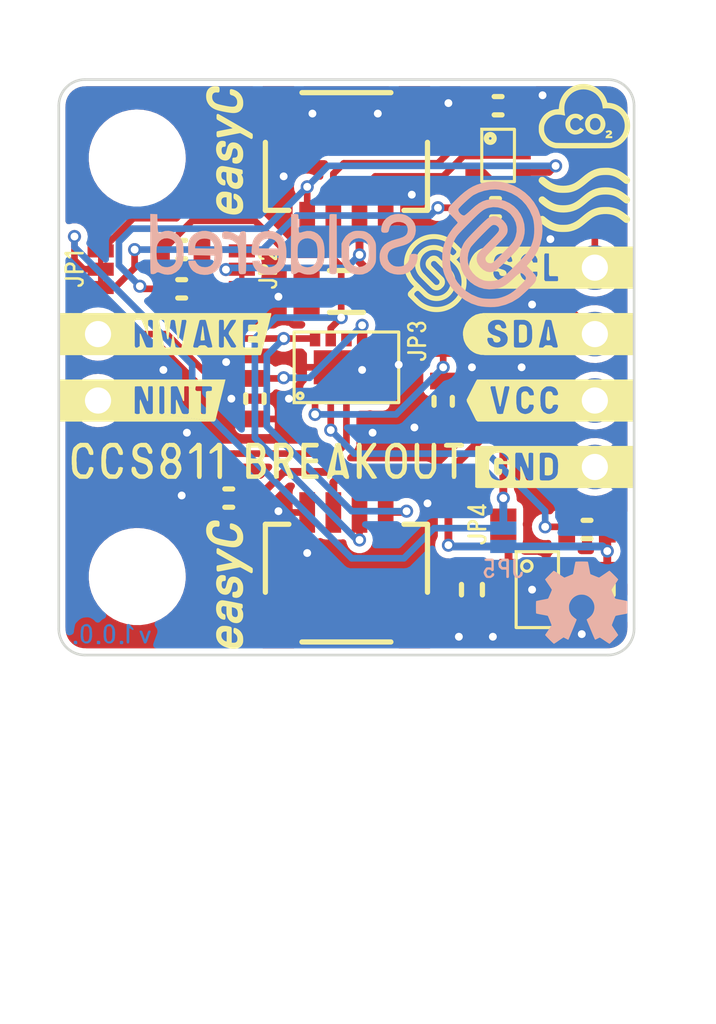
<source format=kicad_pcb>
(kicad_pcb (version 20210126) (generator pcbnew)
  (layers (0 "F.Cu" signal) (31 "B.Cu" signal) (34 "B.Paste" user) (35 "F.Paste" user) (36 "B.SilkS" user "B.Silkscreen") (37 "F.SilkS" user "F.Silkscreen") (38 "B.Mask" user) (39 "F.Mask" user) (44 "Edge.Cuts" user))
  (net 0 "")
  (net 1 "3V3")
  (net 2 "GND")
  (net 3 "Net-(C2-Pad2)")
  (net 4 "SDA_PULL5")
  (net 5 "5V")
  (net 6 "SCL_PULL5")
  (net 7 "SDA_PULL3,3")
  (net 8 "SCL_PULL3,3")
  (net 9 "NWAKE")
  (net 10 "NINT")
  (net 11 "SCL5")
  (net 12 "SDA5")
  (net 13 "SDA3,3")
  (net 14 "SCL3,3")
  (net 15 "Net-(R2-Pad1)")
  (net 16 "Net-(U2-Pad4)")
  (net 18 "Net-(JP3-Pad1)")
  (footprint "buzzardLabel" (layer "F.Cu") (at 98 123.6)
    (fp_text reference "" (at 0 0) (layer "F.SilkS") (effects (font (size 1.27 1.27))))
    (fp_text value "" (at 0 0) (layer "F.SilkS") (effects (font (size 1.27 1.27))))
  )
  (footprint "e-radionica.com footprinti:1206C" (layer "F.Cu") (at 101 117.1)
    (fp_text reference "C1")
    (fp_text value "10uF")
    (pad "1" smd rect (at -1.525 0 90) (size 1.75 1) (layers "F.Cu" "F.Paste" "F.Mask") (net 2 "GND"))
    (pad "2" smd rect (at 1.525 0 90) (size 1.75 1) (layers "F.Cu" "F.Paste" "F.Mask") (net 1 "3V3"))
  )
  (footprint "Soldered Graphics:Logo-Back-OSH-3.5mm" (layer "F.Cu") (at 110 129)
    (fp_text reference "G***" hide)
    (fp_text value "LOGO" hide)
  )
  (footprint "Soldered Graphics:Logo-Front-Soldered-3mm" (layer "F.Cu") (at 104.4 116.4)
    (fp_text reference "G***" hide)
    (fp_text value "LOGO" hide)
  )
  (footprint "e-radionica.com footprinti:HEADER_MALE_2X1" (layer "F.Cu") (at 91.5 120 90)
    (fp_text reference "K1")
    (fp_text value "HEADER_MALE_2X1")
    (pad "1" thru_hole circle (at -1.27 0 90) (size 1.524 1.524) (drill 1) (layers *.Cu *.Mask) (net 10 "NINT"))
    (pad "2" thru_hole circle (at 1.27 0 90) (size 1.524 1.524) (drill 1) (layers *.Cu *.Mask) (net 9 "NWAKE"))
  )
  (footprint "e-radionica.com footprinti:0603R" (layer "F.Cu") (at 97.5 121.2 90)
    (fp_text reference "R6")
    (fp_text value "4.7k")
    (pad "1" smd rect (at -0.775 0 180) (size 1 0.64) (layers "F.Cu" "F.Paste" "F.Mask") (net 2 "GND"))
    (pad "2" smd rect (at 0.775 0 180) (size 1 0.64) (layers "F.Cu" "F.Paste" "F.Mask") (net 9 "NWAKE"))
  )
  (footprint "buzzardLabel" (layer "F.Cu") (at 103.7 119 90)
    (fp_text reference "" (at 0 0 90) (layer "F.SilkS") (effects (font (size 1.27 1.27))))
    (fp_text value "" (at 0 0 90) (layer "F.SilkS") (effects (font (size 1.27 1.27))))
  )
  (footprint "buzzardLabel" (layer "F.Cu") (at 112.4 123.81)
    (fp_text reference "" (at 0 0) (layer "F.SilkS") (effects (font (size 1.27 1.27))))
    (fp_text value "" (at 0 0) (layer "F.SilkS") (effects (font (size 1.27 1.27))))
  )
  (footprint "e-radionica.com footprinti:SMD-JUMPER-CONNECTED_TRACE_NOSLODERMASK" (layer "F.Cu") (at 107 126 90)
    (fp_text reference "JP4")
    (fp_text value "SMD-JUMPER-CONNECTED_TRACE_NOSLODERMASK")
    (fp_poly (pts (xy 0.1 0.1) (xy -0.1 0.1) (xy -0.1 -0.1) (xy 0.1 -0.1)) (layer "F.Cu") (width 0.1) (fill solid))
    (pad "1" smd rect (at -0.35 0 90) (size 0.5 1) (layers "F.Cu") (net 3 "Net-(C2-Pad2)"))
    (pad "2" smd rect (at 0.35 0 90) (size 0.5 1) (layers "F.Cu") (net 5 "5V"))
  )
  (footprint "e-radionica.com footprinti:0603R" (layer "F.Cu") (at 96.5 125)
    (fp_text reference "R1")
    (fp_text value "4.7k")
    (pad "1" smd rect (at -0.775 0 90) (size 1 0.64) (layers "F.Cu" "F.Paste" "F.Mask") (net 10 "NINT"))
    (pad "2" smd rect (at 0.775 0 90) (size 1 0.64) (layers "F.Cu" "F.Paste" "F.Mask") (net 1 "3V3"))
  )
  (footprint "e-radionica.com footprinti:FIDUCIAL_1MM_PASTE" (layer "F.Cu") (at 101 130)
    (fp_text reference "FD1")
    (fp_text value "Fiducial_Stencil")
    (pad "1" smd circle (at 0 0) (size 1 1) (property pad_prop_fiducial_glob) (layers "F.Cu" "F.Paste" "F.Mask"))
  )
  (footprint "buzzardLabel" (layer "F.Cu") (at 112.4 116.19)
    (fp_text reference "" (at 0 0) (layer "F.SilkS") (effects (font (size 1.27 1.27))))
    (fp_text value "" (at 0 0) (layer "F.SilkS") (effects (font (size 1.27 1.27))))
  )
  (footprint "e-radionica.com footprinti:SMD_JUMPER_3_PAD_TRACE" (layer "F.Cu") (at 97 116.25 90)
    (fp_text reference "JP2")
    (fp_text value "SMD_JUMPER_3_PAD_TRACE")
    (fp_poly (pts (xy 0.45 0.05) (xy 0.25 0.05) (xy 0.25 -0.05) (xy 0.45 -0.05)) (layer "F.Cu") (width 0.1) (fill solid))
    (fp_poly (pts (xy -0.25 0.05) (xy -0.45 0.05) (xy -0.45 -0.05) (xy -0.25 -0.05)) (layer "F.Cu") (width 0.1) (fill solid))
    (pad "1" smd rect (at -0.7 0 270) (size 0.5 1) (layers "F.Cu" "F.Mask") (net 8 "SCL_PULL3,3"))
    (pad "2" smd custom (at 0 0 270) (size 0.5 1) (layers "F.Cu" "F.Mask") (net 1 "3V3") (options (clearance outline) (anchor rect)) (primitives))
    (pad "3" smd rect (at 0.7 0 270) (size 0.5 1) (layers "F.Cu" "F.Mask") (net 7 "SDA_PULL3,3"))
  )
  (footprint "e-radionica.com footprinti:0603R" (layer "F.Cu") (at 106.7 113.9)
    (fp_text reference "R4")
    (fp_text value "10k")
    (pad "1" smd rect (at -0.775 0 90) (size 1 0.64) (layers "F.Cu" "F.Paste" "F.Mask") (net 4 "SDA_PULL5"))
    (pad "2" smd rect (at 0.775 0 90) (size 1 0.64) (layers "F.Cu" "F.Paste" "F.Mask") (net 12 "SDA5"))
  )
  (footprint "e-radionica.com footprinti:0603R" (layer "F.Cu") (at 110.2 126.2)
    (fp_text reference "R2")
    (fp_text value "4.7k")
    (pad "1" smd rect (at -0.775 0 90) (size 1 0.64) (layers "F.Cu" "F.Paste" "F.Mask") (net 15 "Net-(R2-Pad1)"))
    (pad "2" smd rect (at 0.775 0 90) (size 1 0.64) (layers "F.Cu" "F.Paste" "F.Mask") (net 1 "3V3"))
  )
  (footprint "Soldered Graphics:Symbol-Front-Air-Quality" (layer "F.Cu") (at 110.1 113.6 180)
    (fp_text reference "G***" hide)
    (fp_text value "LOGO" hide)
  )
  (footprint "e-radionica.com footprinti:SOT-23-5" (layer "F.Cu") (at 108.3 128.5)
    (fp_text reference "U3")
    (fp_text value "SE5218")
    (pad "1" smd rect (at -1.1 -0.95) (size 0.7 0.45) (layers "F.Cu" "F.Paste" "F.Mask") (net 3 "Net-(C2-Pad2)"))
    (pad "2" smd rect (at -1.1 0) (size 0.7 0.45) (layers "F.Cu" "F.Paste" "F.Mask") (net 2 "GND"))
    (pad "3" smd rect (at -1.1 0.95) (size 0.7 0.45) (layers "F.Cu" "F.Paste" "F.Mask") (net 3 "Net-(C2-Pad2)"))
    (pad "4" smd rect (at 1.1 0.95) (size 0.7 0.45) (layers "F.Cu" "F.Paste" "F.Mask"))
    (pad "5" smd rect (at 1.1 -0.95) (size 0.7 0.45) (layers "F.Cu" "F.Paste" "F.Mask") (net 1 "3V3"))
  )
  (footprint "buzzardLabel" (layer "F.Cu") (at 112.4 121.27)
    (fp_text reference "" (at 0 0) (layer "F.SilkS") (effects (font (size 1.27 1.27))))
    (fp_text value "" (at 0 0) (layer "F.SilkS") (effects (font (size 1.27 1.27))))
  )
  (footprint "e-radionica.com footprinti:0603R" (layer "F.Cu") (at 106.8 110 180)
    (fp_text reference "R7")
    (fp_text value "10k")
    (pad "1" smd rect (at -0.775 0 270) (size 1 0.64) (layers "F.Cu" "F.Paste" "F.Mask") (net 11 "SCL5"))
    (pad "2" smd rect (at 0.775 0 270) (size 1 0.64) (layers "F.Cu" "F.Paste" "F.Mask") (net 6 "SCL_PULL5"))
  )
  (footprint "e-radionica.com footprinti:0603R" (layer "F.Cu") (at 94.7 115.5 180)
    (fp_text reference "R3")
    (fp_text value "10k")
    (pad "1" smd rect (at -0.775 0 270) (size 1 0.64) (layers "F.Cu" "F.Paste" "F.Mask") (net 7 "SDA_PULL3,3"))
    (pad "2" smd rect (at 0.775 0 270) (size 1 0.64) (layers "F.Cu" "F.Paste" "F.Mask") (net 13 "SDA3,3"))
  )
  (footprint "buzzardLabel" (layer "F.Cu") (at 98 116.25 90)
    (fp_text reference "" (at 0 0 90) (layer "F.SilkS") (effects (font (size 1.27 1.27))))
    (fp_text value "" (at 0 0 90) (layer "F.SilkS") (effects (font (size 1.27 1.27))))
  )
  (footprint "e-radionica.com footprinti:0603R" (layer "F.Cu") (at 94.7 117)
    (fp_text reference "R8")
    (fp_text value "10k")
    (pad "1" smd rect (at -0.775 0 90) (size 1 0.64) (layers "F.Cu" "F.Paste" "F.Mask") (net 14 "SCL3,3"))
    (pad "2" smd rect (at 0.775 0 90) (size 1 0.64) (layers "F.Cu" "F.Paste" "F.Mask") (net 8 "SCL_PULL3,3"))
  )
  (footprint "e-radionica.com footprinti:HEADER_MALE_4X1" (layer "F.Cu") (at 110.5 120 90)
    (fp_text reference "K2")
    (fp_text value "HEADER_MALE_4X1")
    (pad "1" thru_hole circle (at -3.81 0 90) (size 1.7 1.7) (drill 1) (layers *.Cu *.Mask) (net 2 "GND"))
    (pad "2" thru_hole circle (at -1.27 0 90) (size 1.7 1.7) (drill 1) (layers *.Cu *.Mask) (net 5 "5V"))
    (pad "3" thru_hole circle (at 1.27 0 90) (size 1.7 1.7) (drill 1) (layers *.Cu *.Mask) (net 12 "SDA5"))
    (pad "4" thru_hole circle (at 3.81 0 90) (size 1.7 1.7) (drill 1) (layers *.Cu *.Mask) (net 11 "SCL5"))
  )
  (footprint "buzzardLabel" (layer "F.Cu") (at 106 126 90)
    (fp_text reference "" (at 0 0 90) (layer "F.SilkS") (effects (font (size 1.27 1.27))))
    (fp_text value "" (at 0 0 90) (layer "F.SilkS") (effects (font (size 1.27 1.27))))
  )
  (footprint "Soldered Graphics:Logo-Front-easyC-5mm" (layer "F.Cu") (at 96.5 111.7 90)
    (fp_text reference "G***" hide)
    (fp_text value "LOGO" hide)
  )
  (footprint "buzzardLabel" (layer "F.Cu") (at 90.6 116.25 90)
    (fp_text reference "" (at 0 0 90) (layer "F.SilkS") (effects (font (size 1.27 1.27))))
    (fp_text value "" (at 0 0 90) (layer "F.SilkS") (effects (font (size 1.27 1.27))))
  )
  (footprint "e-radionica.com footprinti:easyC-connector" (layer "F.Cu") (at 101 127.7 180)
    (fp_text reference "K3")
    (fp_text value "easyC-SMD")
    (pad "1" smd rect (at -1.5 2.15 180) (size 0.6 1.55) (layers "F.Cu" "F.Paste" "F.Mask") (net 14 "SCL3,3"))
    (pad "2" smd rect (at -0.5 2.15 180) (size 0.6 1.55) (layers "F.Cu" "F.Paste" "F.Mask") (net 13 "SDA3,3"))
    (pad "3" smd rect (at 0.5 2.15 180) (size 0.6 1.55) (layers "F.Cu" "F.Paste" "F.Mask") (net 1 "3V3"))
    (pad "4" smd rect (at 1.5 2.15 180) (size 0.6 1.55) (layers "F.Cu" "F.Paste" "F.Mask") (net 2 "GND"))
    (pad "5" smd rect (at -2.6 -2.15 180) (size 1.2 1.8) (layers "F.Cu" "F.Paste" "F.Mask") (net 2 "GND"))
    (pad "5" smd rect (at 2.6 -2.15 180) (size 1.2 1.8) (layers "F.Cu" "F.Paste" "F.Mask") (net 2 "GND"))
  )
  (footprint "Soldered Graphics:Symbol-Front-CO2" (layer "F.Cu") (at 110.1 110.4)
    (fp_text reference "G***" hide)
    (fp_text value "LOGO" hide)
  )
  (footprint "e-radionica.com footprinti:0603C" (layer "F.Cu") (at 110.8 128.5 90)
    (fp_text reference "C3")
    (fp_text value "2.2uF")
    (pad "1" smd rect (at -0.73 0 90) (size 0.66 1) (layers "F.Cu" "F.Paste" "F.Mask") (net 2 "GND"))
    (pad "2" smd rect (at 0.73 0 90) (size 0.66 1) (layers "F.Cu" "F.Paste" "F.Mask") (net 1 "3V3"))
  )
  (footprint "Soldered Graphics:Logo-Back-SolderedFULL-15mm" (layer "F.Cu") (at 101 115.3)
    (fp_text reference "REF**" hide)
    (fp_text value "Logo-Front-SolderedFULL-15mm" hide)
  )
  (footprint "buzzardLabel" (layer "F.Cu") (at 112.4 118.73)
    (fp_text reference "" (at 0 0) (layer "F.SilkS") (effects (font (size 1.27 1.27))))
    (fp_text value "" (at 0 0) (layer "F.SilkS") (effects (font (size 1.27 1.27))))
  )
  (footprint "buzzardLabel" (layer "F.Cu") (at 89.6 121.27)
    (fp_text reference "" (at 0 0) (layer "F.SilkS") (effects (font (size 1.27 1.27))))
    (fp_text value "" (at 0 0) (layer "F.SilkS") (effects (font (size 1.27 1.27))))
  )
  (footprint "e-radionica.com footprinti:SOT-363" (layer "F.Cu") (at 106.8 111.9)
    (fp_text reference "U1")
    (fp_text value "NMOS-DUAL")
    (pad "1" smd rect (at -0.92 -0.65 90) (size 0.3 0.66) (layers "F.Cu" "F.Paste" "F.Mask") (net 13 "SDA3,3"))
    (pad "2" smd rect (at -0.92 0 90) (size 0.3 0.66) (layers "F.Cu" "F.Paste" "F.Mask") (net 1 "3V3"))
    (pad "3" smd rect (at -0.92 0.65 90) (size 0.3 0.66) (layers "F.Cu" "F.Paste" "F.Mask") (net 12 "SDA5"))
    (pad "4" smd rect (at 0.92 0.65 90) (size 0.3 0.66) (layers "F.Cu" "F.Paste" "F.Mask") (net 14 "SCL3,3"))
    (pad "5" smd rect (at 0.92 0 90) (size 0.3 0.66) (layers "F.Cu" "F.Paste" "F.Mask") (net 1 "3V3"))
    (pad "6" smd rect (at 0.92 -0.65 90) (size 0.3 0.66) (layers "F.Cu" "F.Paste" "F.Mask") (net 11 "SCL5"))
  )
  (footprint "e-radionica.com footprinti:easyC-connector" (layer "F.Cu") (at 101 112.3)
    (fp_text reference "K4")
    (fp_text value "easyC-SMD")
    (pad "1" smd rect (at -1.5 2.15) (size 0.6 1.55) (layers "F.Cu" "F.Paste" "F.Mask") (net 14 "SCL3,3"))
    (pad "2" smd rect (at -0.5 2.15) (size 0.6 1.55) (layers "F.Cu" "F.Paste" "F.Mask") (net 13 "SDA3,3"))
    (pad "3" smd rect (at 0.5 2.15) (size 0.6 1.55) (layers "F.Cu" "F.Paste" "F.Mask") (net 1 "3V3"))
    (pad "4" smd rect (at 1.5 2.15) (size 0.6 1.55) (layers "F.Cu" "F.Paste" "F.Mask") (net 2 "GND"))
    (pad "5" smd rect (at -2.6 -2.15) (size 1.2 1.8) (layers "F.Cu" "F.Paste" "F.Mask") (net 2 "GND"))
    (pad "5" smd rect (at 2.6 -2.15) (size 1.2 1.8) (layers "F.Cu" "F.Paste" "F.Mask") (net 2 "GND"))
  )
  (footprint "e-radionica.com footprinti:CCS811" (layer "F.Cu") (at 101 120 90)
    (fp_text reference "U2")
    (fp_text value "CCS811B-JOPR")
    (pad "1" smd rect (at -1.1 -1.2 90) (size 0.6 0.4) (layers "F.Cu" "F.Paste" "F.Mask") (net 18 "Net-(JP3-Pad1)"))
    (pad "2" smd rect (at -1.1 -0.6 90) (size 0.6 0.4) (layers "F.Cu" "F.Paste" "F.Mask") (net 15 "Net-(R2-Pad1)"))
    (pad "3" smd rect (at -1.1 0 90) (size 0.6 0.4) (layers "F.Cu" "F.Paste" "F.Mask") (net 10 "NINT"))
    (pad "4" smd rect (at -1.1 0.6 90) (size 0.6 0.4) (layers "F.Cu" "F.Paste" "F.Mask") (net 16 "Net-(U2-Pad4)"))
    (pad "5" smd rect (at -1.1 1.2 90) (size 0.6 0.4) (layers "F.Cu" "F.Paste" "F.Mask") (net 16 "Net-(U2-Pad4)"))
    (pad "6" smd rect (at 1.1 1.2 90) (size 0.6 0.4) (layers "F.Cu" "F.Paste" "F.Mask") (net 1 "3V3"))
    (pad "7" smd rect (at 1.1 0.6 90) (size 0.6 0.4) (layers "F.Cu" "F.Paste" "F.Mask") (net 9 "NWAKE"))
    (pad "8" smd rect (at 1.1 0 90) (size 0.6 0.4) (layers "F.Cu" "F.Paste" "F.Mask"))
    (pad "9" smd rect (at 1.1 -0.6 90) (size 0.6 0.4) (layers "F.Cu" "F.Paste" "F.Mask") (net 13 "SDA3,3"))
    (pad "10" smd rect (at 1.1 -1.2 90) (size 0.6 0.4) (layers "F.Cu" "F.Paste" "F.Mask") (net 14 "SCL3,3"))
    (pad "11" smd rect (at 0 0 90) (size 1.3 2.5) (layers "F.Cu" "F.Paste" "F.Mask") (net 2 "GND"))
  )
  (footprint "buzzardLabel" (layer "F.Cu") (at 89.6 118.73)
    (fp_text reference "" (at 0 0) (layer "F.SilkS") (effects (font (size 1.27 1.27))))
    (fp_text value "" (at 0 0) (layer "F.SilkS") (effects (font (size 1.27 1.27))))
  )
  (footprint "e-radionica.com footprinti:0603C" (layer "F.Cu") (at 105.8 128.5 90)
    (fp_text reference "C2")
    (fp_text value "2.2uF")
    (pad "1" smd rect (at -0.73 0 90) (size 0.66 1) (layers "F.Cu" "F.Paste" "F.Mask") (net 2 "GND"))
    (pad "2" smd rect (at 0.73 0 90) (size 0.66 1) (layers "F.Cu" "F.Paste" "F.Mask") (net 3 "Net-(C2-Pad2)"))
  )
  (footprint "e-radionica.com footprinti:0603R" (layer "F.Cu") (at 104.7 121.3 90)
    (fp_text reference "R5")
    (fp_text value "4.7k")
    (pad "1" smd rect (at -0.775 0 180) (size 1 0.64) (layers "F.Cu" "F.Paste" "F.Mask") (net 2 "GND"))
    (pad "2" smd rect (at 0.775 0 180) (size 1 0.64) (layers "F.Cu" "F.Paste" "F.Mask") (net 18 "Net-(JP3-Pad1)"))
  )
  (footprint "e-radionica.com footprinti:HOLE_3.2mm" (layer "F.Cu") (at 93 112)
    (fp_text reference "H2" hide)
    (fp_text value "HOLE_3.2mm" hide)
    (pad "" np_thru_hole circle (at 0 0) (size 3.2 3.2) (drill 3.2) (layers F&B.Cu *.Mask))
  )
  (footprint "e-radionica.com footprinti:SMD_JUMPER_3_PAD_TRACE" (layer "F.Cu") (at 91.6 116.25 -90)
    (fp_text reference "JP1")
    (fp_text value "SMD_JUMPER_3_PAD_TRACE")
    (fp_poly (pts (xy -0.25 0.05) (xy -0.45 0.05) (xy -0.45 -0.05) (xy -0.25 -0.05)) (layer "F.Cu") (width 0.1) (fill solid))
    (fp_poly (pts (xy 0.45 0.05) (xy 0.25 0.05) (xy 0.25 -0.05) (xy 0.45 -0.05)) (layer "F.Cu") (width 0.1) (fill solid))
    (pad "1" smd rect (at -0.7 0 90) (size 0.5 1) (layers "F.Cu" "F.Mask") (net 6 "SCL_PULL5"))
    (pad "2" smd custom (at 0 0 90) (size 0.5 1) (layers "F.Cu" "F.Mask") (net 5 "5V") (options (clearance outline) (anchor rect)) (primitives))
    (pad "3" smd rect (at 0.7 0 90) (size 0.5 1) (layers "F.Cu" "F.Mask") (net 4 "SDA_PULL5"))
  )
  (footprint "e-radionica.com footprinti:HOLE_3.2mm" (layer "F.Cu") (at 93 128)
    (fp_text reference "H1" hide)
    (fp_text value "HOLE_3.2mm" hide)
    (pad "" np_thru_hole circle (at 0 0) (size 3.2 3.2) (drill 3.2) (layers F&B.Cu *.Mask))
  )
  (footprint "Soldered Graphics:Logo-Front-easyC-5mm" (layer "F.Cu") (at 96.5 128.3 90)
    (fp_text reference "G***" hide)
    (fp_text value "LOGO" hide)
  )
  (footprint "e-radionica.com footprinti:SMD_JUMPER" (layer "F.Cu") (at 104.7 119 90)
    (fp_text reference "JP3")
    (fp_text value "SMD_JUMPER")
    (pad "1" smd rect (at -0.35 0 90) (size 0.5 1) (layers "F.Cu" "F.Mask") (net 18 "Net-(JP3-Pad1)"))
    (pad "2" smd rect (at 0.35 0 90) (size 0.5 1) (layers "F.Cu" "F.Mask") (net 1 "3V3"))
  )
  (footprint "e-radionica.com footprinti:SMD_JUMPER" (layer "B.Cu") (at 107 126.5 -90)
    (fp_text reference "JP5")
    (fp_text value "SMD_JUMPER")
    (pad "1" smd rect (at -0.35 0 270) (size 0.5 1) (layers "B.Cu" "B.Mask") (net 5 "5V"))
    (pad "2" smd rect (at 0.35 0 270) (size 0.5 1) (layers "B.Cu" "B.Mask") (net 1 "3V3"))
  )
  (footprint "buzzardLabel" (layer "B.Cu") (at 107 127.7 180)
    (fp_text reference "" (at 0 0 180) (layer "B.SilkS") (effects (font (size 1.27 1.27)) (justify mirror)))
    (fp_text value "" (at 0 0 180) (layer "B.SilkS") (effects (font (size 1.27 1.27)) (justify mirror)))
  )
  (footprint "Soldered Graphics:Version1.0.0." (layer "B.Cu") (at 92 130.2 180)
    (fp_text reference "" (at 0 0) (layer "B.SilkS") (effects (font (size 1.27 1.27)) (justify mirror)))
    (fp_text value "" (at 0 0) (layer "B.SilkS") (effects (font (size 1.27 1.27)) (justify mirror)))
    (fp_poly (pts (xy 0.93 -0.35) (xy 0.99 -0.35) (xy 1.04 -0.33) (xy 1.01 -0.28) (xy 0.91 -0.28) (xy 0.87 -0.25) (xy 0.85 -0.2) (xy 0.83 -0.15) (xy 0.83 -0.11) (xy 0.82 0.01) (xy 0.83 0.13) (xy 0.83 0.17) (xy 0.84 0.22) (xy 0.87 0.27) (xy 0.9 0.3) (xy 1.01 0.3) (xy 1.04 0.26) (xy 1.05 0.21) (xy 1.06 0.15) (xy 1.07 0.05) (xy 1.07 -0.08) (xy 1.06 -0.12) (xy 1.06 -0.17) (xy 1.04 -0.22) (xy 1.02 -0.27) (xy 1.01 -0.28) (xy 1.05 -0.32) (xy 1.09 -0.29) (xy 1.12 -0.26) (xy 1.14 -0.22) (xy 1.15 -0.16) (xy 1.16 -0.11) (xy 1.16 -0.06) (xy 1.16 0.06) (xy 1.16 0.12) (xy 1.15 0.17) (xy 1.14 0.22) (xy 1.13 0.27) (xy 1.1 0.3) (xy 1.06 0.34) (xy 1.01 0.37) (xy 0.95 0.38) (xy 0.9 0.38) (xy 0.84 0.35) (xy 0.8 0.31) (xy 0.78 0.28) (xy 0.75 0.23) (xy 0.74 0.18) (xy 0.74 0.13) (xy 0.73 0.08) (xy 0.73 -0.04) (xy 0.73 -0.1) (xy 0.74 -0.14) (xy 0.75 -0.2) (xy 0.77 -0.25) (xy 0.79 -0.28) (xy 0.83 -0.32) (xy 0.89 -0.35) (xy 0.93 -0.35)) (layer "B.Cu") (width 0.01) (fill solid))
    (fp_poly (pts (xy 0.43 -0.38) (xy 0.48 -0.38) (xy 0.54 -0.37) (xy 0.54 -0.33) (xy 0.54 -0.27) (xy 0.5 -0.26) (xy 0.45 -0.26) (xy 0.42 -0.29) (xy 0.42 -0.34) (xy 0.43 -0.38)) (layer "B.Cu") (width 0.01) (fill solid))
    (fp_poly (pts (xy -1.33 -0.35) (xy -1.27 -0.35) (xy -1.25 -0.31) (xy -1.09 0.1) (xy -1.11 0.13) (xy -1.16 0.13) (xy -1.19 0.1) (xy -1.28 -0.16) (xy -1.3 -0.21) (xy -1.32 -0.17) (xy -1.41 0.09) (xy -1.44 0.13) (xy -1.49 0.13) (xy -1.51 0.1) (xy -1.36 -0.31) (xy -1.33 -0.35)) (layer "B.Cu") (width 0.01) (fill solid))
    (fp_poly (pts (xy -0.44 -0.38) (xy -0.39 -0.38) (xy -0.34 -0.37) (xy -0.34 -0.33) (xy -0.34 -0.27) (xy -0.38 -0.26) (xy -0.43 -0.26) (xy -0.46 -0.29) (xy -0.46 -0.34) (xy -0.44 -0.38)) (layer "B.Cu") (width 0.01) (fill solid))
    (fp_poly (pts (xy -0.67 -0.35) (xy -0.62 -0.35) (xy -0.6 -0.31) (xy -0.6 0.35) (xy -0.64 0.38) (xy -0.69 0.38) (xy -0.73 0.34) (xy -0.84 0.22) (xy -0.86 0.17) (xy -0.83 0.16) (xy -0.73 0.22) (xy -0.69 0.23) (xy -0.69 -0.31) (xy -0.67 -0.35)) (layer "B.Cu") (width 0.01) (fill solid))
    (fp_poly (pts (xy 0.06 -0.35) (xy 0.11 -0.35) (xy 0.17 -0.33) (xy 0.13 -0.28) (xy 0.03 -0.28) (xy -0.01 -0.25) (xy -0.03 -0.2) (xy -0.05 -0.15) (xy -0.05 -0.11) (xy -0.05 0.01) (xy -0.05 0.13) (xy -0.05 0.17) (xy -0.03 0.22) (xy -0.01 0.27) (xy 0.02 0.3) (xy 0.13 0.3) (xy 0.16 0.26) (xy 0.18 0.21) (xy 0.18 0.15) (xy 0.19 0.05) (xy 0.19 -0.08) (xy 0.19 -0.12) (xy 0.18 -0.17) (xy 0.16 -0.22) (xy 0.14 -0.27) (xy 0.14 -0.28) (xy 0.17 -0.32) (xy 0.21 -0.29) (xy 0.24 -0.26) (xy 0.26 -0.22) (xy 0.27 -0.16) (xy 0.28 -0.11) (xy 0.28 -0.06) (xy 0.28 0.06) (xy 0.28 0.12) (xy 0.27 0.17) (xy 0.26 0.22) (xy 0.25 0.27) (xy 0.22 0.3) (xy 0.19 0.34) (xy 0.13 0.37) (xy 0.08 0.38) (xy 0.02 0.38) (xy -0.03 0.35) (xy -0.08 0.31) (xy -0.1 0.28) (xy -0.12 0.23) (xy -0.14 0.18) (xy -0.14 0.13) (xy -0.15 0.08) (xy -0.15 -0.04) (xy -0.14 -0.1) (xy -0.14 -0.14) (xy -0.13 -0.2) (xy -0.11 -0.25) (xy -0.08 -0.28) (xy -0.05 -0.32) (xy 0.01 -0.35) (xy 0.06 -0.35)) (layer "B.Cu") (width 0.01) (fill solid))
    (fp_poly (pts (xy 1.31 -0.38) (xy 1.36 -0.38) (xy 1.41 -0.37) (xy 1.42 -0.33) (xy 1.42 -0.27) (xy 1.38 -0.26) (xy 1.33 -0.26) (xy 1.3 -0.29) (xy 1.3 -0.34) (xy 1.31 -0.38)) (layer "B.Cu") (width 0.01) (fill solid))
  )
  (gr_line (start 90 130) (end 90 110) (layer "Edge.Cuts") (width 0.1))
  (gr_arc (start 111 130) (end 112 130) (angle 90) (layer "Edge.Cuts") (width 0.1))
  (gr_line (start 91 109) (end 111 109) (layer "Edge.Cuts") (width 0.1))
  (gr_arc (start 91 110) (end 91 109) (angle -90) (layer "Edge.Cuts") (width 0.1))
  (gr_arc (start 111 110) (end 111 109) (angle 90) (layer "Edge.Cuts") (width 0.1))
  (gr_arc (start 91 130) (end 91 131) (angle 90) (layer "Edge.Cuts") (width 0.1))
  (gr_line (start 112 110) (end 112 130) (layer "Edge.Cuts") (width 0.1))
  (gr_line (start 111 131) (end 91 131) (layer "Edge.Cuts") (width 0.1))
  (segment (start 106.5 122.4) (end 104.9 124) (width 0.3) (layer "F.Cu") (net 1))
  (segment (start 98.6 124) (end 100.9 124) (width 0.3) (layer "F.Cu") (net 1))
  (segment (start 106.5 119.6) (end 106.5 122.4) (width 0.3) (layer "F.Cu") (net 1))
  (segment (start 105.88 111.9) (end 107.72 111.9) (width 0.254) (layer "F.Cu") (net 1))
  (segment (start 104.9 124) (end 104.9 125.1) (width 0.3) (layer "F.Cu") (net 1))
  (segment (start 110.975 127.595) (end 110.8 127.77) (width 0.3) (layer "F.Cu") (net 1))
  (segment (start 104.9 126.8) (end 104.9 125.1) (width 0.3) (layer "F.Cu") (net 1))
  (segment (start 105.55 118.65) (end 106.5 119.6) (width 0.3) (layer "F.Cu") (net 1))
  (segment (start 96.404293 116.25) (end 96.390859 116.263434) (width 0.254) (layer "F.Cu") (net 1))
  (segment (start 101.5 115.7) (end 101.5 115.975) (width 0.3) (layer "F.Cu") (net 1))
  (segment (start 104.9 124.9) (end 104 124) (width 0.3) (layer "F.Cu") (net 1))
  (segment (start 105.5 111.9) (end 104.7 112.7) (width 0.254) (layer "F.Cu") (net 1))
  (segment (start 105.88 111.9) (end 105.5 111.9) (width 0.254) (layer "F.Cu") (net 1))
  (segment (start 104.7 118.65) (end 103.1 118.65) (width 0.3) (layer "F.Cu") (net 1))
  (segment (start 110.58 127.55) (end 110.8 127.77) (width 0.3) (layer "F.Cu") (net 1))
  (segment (start 101.5 114.45) (end 101.5 115.7) (width 0.3) (layer "F.Cu") (net 1))
  (segment (start 97 116.25) (end 96.404293 116.25) (width 0.254) (layer "F.Cu") (net 1))
  (segment (start 101.5 113.3) (end 101.5 114.45) (width 0.254) (layer "F.Cu") (net 1))
  (segment (start 100.9 124) (end 100.5 124.4) (width 0.3) (layer "F.Cu") (net 1))
  (segment (start 104 124) (end 100.9 124) (width 0.3) (layer "F.Cu") (net 1))
  (segment (start 104.7 112.7) (end 102.1 112.7) (width 0.254) (layer "F.Cu") (net 1))
  (segment (start 103.1 118.65) (end 102.525 118.075) (width 0.3) (layer "F.Cu") (net 1))
  (segment (start 110.975 126.2) (end 110.975 127.595) (width 0.3) (layer "F.Cu") (net 1))
  (segment (start 100.5 124.4) (end 100.5 125.55) (width 0.3) (layer "F.Cu") (net 1))
  (segment (start 104.7 118.65) (end 105.55 118.65) (width 0.3) (layer "F.Cu") (net 1))
  (segment (start 109.4 127.55) (end 110.58 127.55) (width 0.3) (layer "F.Cu") (net 1))
  (segment (start 101.5 115.975) (end 102.525 117) (width 0.3) (layer "F.Cu") (net 1))
  (segment (start 102.1 112.7) (end 101.5 113.3) (width 0.254) (layer "F.Cu") (net 1))
  (segment (start 102.525 118.075) (end 102.525 118.575) (width 0.3) (layer "F.Cu") (net 1))
  (segment (start 97.6 125) (end 98.6 124) (width 0.3) (layer "F.Cu") (net 1))
  (segment (start 102.525 118.575) (end 102.2 118.9) (width 0.3) (layer "F.Cu") (net 1))
  (segment (start 104.9 125.1) (end 104.9 124.9) (width 0.3) (layer "F.Cu") (net 1))
  (segment (start 102.525 117) (end 102.525 118.075) (width 0.3) (layer "F.Cu") (net 1))
  (segment (start 97.275 125) (end 97.6 125) (width 0.3) (layer "F.Cu") (net 1))
  (via (at 104.9 126.8) (size 0.5) (drill 0.3) (layers "F.Cu" "B.Cu") (net 1))
  (via (at 96.390859 116.263434) (size 0.5) (drill 0.3) (layers "F.Cu" "B.Cu") (net 1))
  (via (at 101.5 115.7) (size 0.5) (drill 0.3) (layers "F.Cu" "B.Cu") (net 1))
  (via (at 110.975 127.025) (size 0.5) (drill 0.3) (layers "F.Cu" "B.Cu") (net 1))
  (segment (start 104.95 126.85) (end 107 126.85) (width 0.3) (layer "B.Cu") (net 1))
  (segment (start 96.454293 116.2) (end 101 116.2) (width 0.254) (layer "B.Cu") (net 1))
  (segment (start 96.390859 116.263434) (end 96.454293 116.2) (width 0.254) (layer "B.Cu") (net 1))
  (segment (start 110.8 126.85) (end 110.975 127.025) (width 0.3) (layer "B.Cu") (net 1))
  (segment (start 107 126.85) (end 110.8 126.85) (width 0.3) (layer "B.Cu") (net 1))
  (segment (start 104.9 126.8) (end 104.95 126.85) (width 0.3) (layer "B.Cu") (net 1))
  (segment (start 101 116.2) (end 101.5 115.7) (width 0.254) (layer "B.Cu") (net 1))
  (via (at 103 119.9) (size 0.5) (drill 0.3) (layers "F.Cu" "B.Cu") (net 2))
  (via (at 98.8 121.2) (size 0.5) (drill 0.3) (layers "F.Cu" "B.Cu") (net 2))
  (via (at 102.2 110.3) (size 0.5) (drill 0.3) (layers "F.Cu" "B.Cu") (net 2))
  (via (at 105.8 120) (size 0.5) (drill 0.3) (layers "F.Cu" "B.Cu") (net 2))
  (via (at 94 120.1) (size 0.5) (drill 0.3) (layers "F.Cu" "B.Cu") (net 2))
  (via (at 98.4 117.3) (size 0.5) (drill 0.3) (layers "F.Cu" "B.Cu") (net 2))
  (via (at 107.7 120) (size 0.5) (drill 0.3) (layers "F.Cu" "B.Cu") (net 2))
  (via (at 110 130.2) (size 0.5) (drill 0.3) (layers "F.Cu" "B.Cu") (net 2))
  (via (at 104.1 125.2) (size 0.5) (drill 0.3) (layers "F.Cu" "B.Cu") (net 2))
  (via (at 103.5 113.4) (size 0.5) (drill 0.3) (layers "F.Cu" "B.Cu") (net 2))
  (via (at 105.3 130.3) (size 0.5) (drill 0.3) (layers "F.Cu" "B.Cu") (net 2))
  (via (at 103.6 122.3) (size 0.5) (drill 0.3) (layers "F.Cu" "B.Cu") (net 2))
  (via (at 94.7 124.9) (size 0.5) (drill 0.3) (layers "F.Cu" "B.Cu") (net 2))
  (via (at 96.6 121.2) (size 0.5) (drill 0.3) (layers "F.Cu" "B.Cu") (net 2))
  (via (at 108.8 115.1) (size 0.5) (drill 0.3) (layers "F.Cu" "B.Cu") (net 2))
  (via (at 104.9 109.9) (size 0.5) (drill 0.3) (layers "F.Cu" "B.Cu") (net 2))
  (via (at 99.7 110.3) (size 0.5) (drill 0.3) (layers "F.Cu" "B.Cu") (net 2))
  (via (at 98.6 112.7) (size 0.5) (drill 0.3) (layers "F.Cu" "B.Cu") (net 2))
  (via (at 96.4 119.8) (size 0.5) (drill 0.3) (layers "F.Cu" "B.Cu") (net 2))
  (via (at 101.6 120.1) (size 0.5) (drill 0.3) (layers "F.Cu" "B.Cu") (net 2))
  (via (at 108.5 109.6) (size 0.5) (drill 0.3) (layers "F.Cu" "B.Cu") (net 2))
  (via (at 108.1 128.5) (size 0.5) (drill 0.3) (layers "F.Cu" "B.Cu") (net 2))
  (via (at 98.4 125.5) (size 0.5) (drill 0.3) (layers "F.Cu" "B.Cu") (net 2))
  (via (at 106.6 130.3) (size 0.5) (drill 0.3) (layers "F.Cu" "B.Cu") (net 2))
  (via (at 108.1 117.6) (size 0.5) (drill 0.3) (layers "F.Cu" "B.Cu") (net 2))
  (via (at 99.5 127.1) (size 0.5) (drill 0.3) (layers "F.Cu" "B.Cu") (net 2))
  (via (at 102 122.5) (size 0.5) (drill 0.3) (layers "F.Cu" "B.Cu") (net 2))
  (via (at 94.9 122.5) (size 0.5) (drill 0.3) (layers "F.Cu" "B.Cu") (net 2))
  (segment (start 107.2 127.55) (end 106.02 127.55) (width 0.3) (layer "F.Cu") (net 3))
  (segment (start 108.25 129.45) (end 108.9 128.8) (width 0.254) (layer "F.Cu") (net 3))
  (segment (start 106.02 127.55) (end 105.8 127.77) (width 0.3) (layer "F.Cu") (net 3))
  (segment (start 107.2 127) (end 107.2 127.55) (width 0.3) (layer "F.Cu") (net 3))
  (segment (start 107.2 129.45) (end 108.25 129.45) (width 0.254) (layer "F.Cu") (net 3))
  (segment (start 108.25 127.55) (end 107.2 127.55) (width 0.254) (layer "F.Cu") (net 3))
  (segment (start 107 126.8) (end 107.2 127) (width 0.3) (layer "F.Cu") (net 3))
  (segment (start 108.9 128.2) (end 108.25 127.55) (width 0.254) (layer "F.Cu") (net 3))
  (segment (start 107 126.8) (end 107 126.35) (width 0.3) (layer "F.Cu") (net 3))
  (segment (start 108.9 128.8) (end 108.9 128.2) (width 0.254) (layer "F.Cu") (net 3))
  (segment (start 92.15 116.95) (end 92.9 116.2) (width 0.254) (layer "F.Cu") (net 4))
  (segment (start 92.9 116.2) (end 92.9 115.5) (width 0.254) (layer "F.Cu") (net 4))
  (segment (start 104.5 113.9) (end 105.925 113.9) (width 0.254) (layer "F.Cu") (net 4))
  (segment (start 91.6 116.95) (end 92.15 116.95) (width 0.254) (layer "F.Cu") (net 4))
  (via (at 104.5 113.9) (size 0.5) (drill 0.3) (layers "F.Cu" "B.Cu") (net 4))
  (via (at 92.9 115.5) (size 0.5) (drill 0.3) (layers "F.Cu" "B.Cu") (net 4))
  (segment (start 104.2 114.2) (end 99.1 114.2) (width 0.254) (layer "B.Cu") (net 4))
  (segment (start 104.5 113.9) (end 104.2 114.2) (width 0.254) (layer "B.Cu") (net 4))
  (segment (start 97.8 115.5) (end 92.9 115.5) (width 0.254) (layer "B.Cu") (net 4))
  (segment (start 99.1 114.2) (end 97.8 115.5) (width 0.254) (layer "B.Cu") (net 4))
  (segment (start 107 125.65) (end 107 123.2) (width 0.3) (layer "F.Cu") (net 5))
  (segment (start 90.95 116.25) (end 91.6 116.25) (width 0.254) (layer "F.Cu") (net 5))
  (segment (start 107 123.2) (end 108.93 121.27) (width 0.3) (layer "F.Cu") (net 5))
  (segment (start 90.6 115.9) (end 90.95 116.25) (width 0.254) (layer "F.Cu") (net 5))
  (segment (start 108.93 121.27) (end 110.5 121.27) (width 0.3) (layer "F.Cu") (net 5))
  (segment (start 90.6 115) (end 90.6 115.9) (width 0.254) (layer "F.Cu") (net 5))
  (via (at 107 125) (size 0.5) (drill 0.3) (layers "F.Cu" "B.Cu") (net 5))
  (via (at 90.6 115) (size 0.5) (drill 0.3) (layers "F.Cu" "B.Cu") (net 5))
  (segment (start 103.2 127.3) (end 104.35 126.15) (width 0.254) (layer "B.Cu") (net 5))
  (segment (start 90.6 115.4) (end 95.1 119.9) (width 0.254) (layer "B.Cu") (net 5))
  (segment (start 101.2 127.3) (end 103.2 127.3) (width 0.254) (layer "B.Cu") (net 5))
  (segment (start 95.1 121.2) (end 101.2 127.3) (width 0.254) (layer "B.Cu") (net 5))
  (segment (start 104.35 126.15) (end 107 126.15) (width 0.254) (layer "B.Cu") (net 5))
  (segment (start 95.1 119.9) (end 95.1 121.2) (width 0.254) (layer "B.Cu") (net 5))
  (segment (start 107 125) (end 107 126.15) (width 0.3) (layer "B.Cu") (net 5))
  (segment (start 90.6 115) (end 90.6 115.4) (width 0.254) (layer "B.Cu") (net 5))
  (segment (start 104.3 111.7) (end 106 110) (width 0.254) (layer "F.Cu") (net 6))
  (segment (start 91.6 115.55) (end 92.85 114.3) (width 0.254) (layer "F.Cu") (net 6))
  (segment (start 94.5 114.3) (end 97.1 111.7) (width 0.254) (layer "F.Cu") (net 6))
  (segment (start 92.85 114.3) (end 94.5 114.3) (width 0.254) (layer "F.Cu") (net 6))
  (segment (start 97.1 111.7) (end 99.9 111.7) (width 0.254) (layer "F.Cu") (net 6))
  (segment (start 106 110) (end 106.025 110) (width 0.254) (layer "F.Cu") (net 6))
  (segment (start 97.1 111.7) (end 104.3 111.7) (width 0.254) (layer "F.Cu") (net 6))
  (segment (start 95.475 115.5) (end 96.95 115.5) (width 0.254) (layer "F.Cu") (net 7))
  (segment (start 96.95 115.5) (end 97 115.55) (width 0.254) (layer "F.Cu") (net 7))
  (segment (start 97 116.95) (end 95.525 116.95) (width 0.254) (layer "F.Cu") (net 8))
  (segment (start 95.525 116.95) (end 95.475 117) (width 0.254) (layer "F.Cu") (net 8))
  (segment (start 94.13 118.73) (end 91.5 118.73) (width 0.254) (layer "F.Cu") (net 9))
  (segment (start 97.425 120.5) (end 97.5 120.425) (width 0.254) (layer "F.Cu") (net 9))
  (segment (start 95.9 120.5) (end 94.13 118.73) (width 0.254) (layer "F.Cu") (net 9))
  (segment (start 101.6 118.9) (end 101.6 118.393843) (width 0.254) (layer "F.Cu") (net 9))
  (segment (start 95.9 120.5) (end 97.425 120.5) (width 0.254) (layer "F.Cu") (net 9))
  (segment (start 98.6 120.4) (end 98.6 120.5) (width 0.254) (layer "F.Cu") (net 9))
  (segment (start 101.6 118.393843) (end 101.600001 118.393842) (width 0.254) (layer "F.Cu") (net 9))
  (segment (start 98.575 120.425) (end 97.5 120.425) (width 0.254) (layer "F.Cu") (net 9))
  (segment (start 98.6 120.4) (end 98.575 120.425) (width 0.254) (layer "F.Cu") (net 9))
  (via (at 101.600001 118.393842) (size 0.5) (drill 0.3) (layers "F.Cu" "B.Cu") (net 9))
  (via (at 98.6 120.4) (size 0.5) (drill 0.3) (layers "F.Cu" "B.Cu") (net 9))
  (segment (start 99.593843 120.4) (end 101.600001 118.393842) (width 0.254) (layer "B.Cu") (net 9))
  (segment (start 98.6 120.4) (end 99.593843 120.4) (width 0.254) (layer "B.Cu") (net 9))
  (segment (start 101 122.9) (end 100.6 123.3) (width 0.254) (layer "F.Cu") (net 10))
  (segment (start 93.53 123.3) (end 91.5 121.27) (width 0.254) (layer "F.Cu") (net 10))
  (segment (start 95.725 124.275) (end 95.725 125) (width 0.254) (layer "F.Cu") (net 10))
  (segment (start 96.4 123.6) (end 95.725 124.275) (width 0.254) (layer "F.Cu") (net 10))
  (segment (start 100.6 123.3) (end 96.7 123.3) (width 0.254) (layer "F.Cu") (net 10))
  (segment (start 96.7 123.3) (end 93.53 123.3) (width 0.254) (layer "F.Cu") (net 10))
  (segment (start 91.5 121.3) (end 91.5 121.27) (width 0.254) (layer "F.Cu") (net 10))
  (segment (start 101 121.1) (end 101 122.9) (width 0.254) (layer "F.Cu") (net 10))
  (segment (start 96.7 123.3) (end 96.4 123.6) (width 0.254) (layer "F.Cu") (net 10))
  (segment (start 107.72 111.25) (end 109.15 111.25) (width 0.254) (layer "F.Cu") (net 11))
  (segment (start 107.575 111.105) (end 107.72 111.25) (width 0.254) (layer "F.Cu") (net 11))
  (segment (start 107.575 110) (end 107.575 111.105) (width 0.254) (layer "F.Cu") (net 11))
  (segment (start 110.5 112.6) (end 110.5 116.19) (width 0.254) (layer "F.Cu") (net 11))
  (segment (start 109.15 111.25) (end 110.5 112.6) (width 0.254) (layer "F.Cu") (net 11))
  (segment (start 107.475 113.775) (end 107.475 113.9) (width 0.254) (layer "F.Cu") (net 12))
  (segment (start 107.475 113.9) (end 107.475 115.705) (width 0.254) (layer "F.Cu") (net 12))
  (segment (start 105.88 112.55) (end 106.25 112.55) (width 0.254) (layer "F.Cu") (net 12))
  (segment (start 107.475 115.705) (end 110.5 118.73) (width 0.254) (layer "F.Cu") (net 12))
  (segment (start 106.25 112.55) (end 107.475 113.775) (width 0.254) (layer "F.Cu") (net 12))
  (segment (start 95.1 114.4) (end 97.5 114.4) (width 0.254) (layer "F.Cu") (net 13))
  (segment (start 100.5 115.4) (end 100.5 115.3) (width 0.254) (layer "F.Cu") (net 13))
  (segment (start 104.5 112.2) (end 100.9 112.2) (width 0.254) (layer "F.Cu") (net 13))
  (segment (start 100.4 118.5) (end 100.4 118.9) (width 0.254) (layer "F.Cu") (net 13))
  (segment (start 100.5 114.45) (end 100.5 115.3) (width 0.254) (layer "F.Cu") (net 13))
  (segment (start 105.88 111.25) (end 105.45 111.25) (width 0.254) (layer "F.Cu") (net 13))
  (segment (start 105.45 111.25) (end 104.5 112.2) (width 0.254) (layer "F.Cu") (net 13))
  (segment (start 97.5 114.4) (end 98.8 115.7) (width 0.254) (layer "F.Cu") (net 13))
  (segment (start 98.8 115.7) (end 100.2 115.7) (width 0.254) (layer "F.Cu") (net 13))
  (segment (start 101.5 125.55) (end 101.5 126.6) (width 0.254) (layer "F.Cu") (net 13))
  (segment (start 94 115.5) (end 95.1 114.4) (width 0.254) (layer "F.Cu") (net 13))
  (segment (start 100.5 112.6) (end 100.5 113.3) (width 0.254) (layer "F.Cu") (net 13))
  (segment (start 100.8 118.1) (end 100.4 118.5) (width 0.254) (layer "F.Cu") (net 13))
  (segment (start 100.8 116.15) (end 100.8 118.1) (width 0.254) (layer "F.Cu") (net 13))
  (segment (start 93.925 115.5) (end 94 115.5) (width 0.254) (layer "F.Cu") (net 13))
  (segment (start 100.2 115.7) (end 100.5 115.4) (width 0.254) (layer "F.Cu") (net 13))
  (segment (start 100.5 115.3) (end 100.5 115.85) (width 0.254) (layer "F.Cu") (net 13))
  (segment (start 100.5 115.85) (end 100.8 116.15) (width 0.254) (layer "F.Cu") (net 13))
  (segment (start 100.5 113.3) (end 100.5 114.45) (width 0.254) (layer "F.Cu") (net 13))
  (segment (start 100.9 112.2) (end 100.5 112.6) (width 0.254) (layer "F.Cu") (net 13))
  (via (at 100.8 118.1) (size 0.5) (drill 0.3) (layers "F.Cu" "B.Cu") (net 13))
  (via (at 101.5 126.6) (size 0.5) (drill 0.3) (layers "F.Cu" "B.Cu") (net 13))
  (segment (start 98.3 118.1) (end 100.8 118.1) (width 0.254) (layer "B.Cu") (net 13))
  (segment (start 101.4 126.6) (end 97.5 122.7) (width 0.254) (layer "B.Cu") (net 13))
  (segment (start 97.5 118.9) (end 98.3 118.1) (width 0.254) (layer "B.Cu") (net 13))
  (segment (start 97.5 122.7) (end 97.5 118.9) (width 0.254) (layer "B.Cu") (net 13))
  (segment (start 101.5 126.6) (end 101.4 126.6) (width 0.254) (layer "B.Cu") (net 13))
  (segment (start 93.2 117) (end 93.1 116.9) (width 0.254) (layer "F.Cu") (net 14))
  (segment (start 98.6 118.9) (end 95.4 118.9) (width 0.254) (layer "F.Cu") (net 14))
  (segment (start 95.4 118.9) (end 93.925 117.425) (width 0.254) (layer "F.Cu") (net 14))
  (segment (start 108.75 112.55) (end 109 112.3) (width 0.254) (layer "F.Cu") (net 14))
  (segment (start 93.925 117) (end 93.2 117) (width 0.254) (layer "F.Cu") (net 14))
  (segment (start 103.3 125.5) (end 103.25 125.55) (width 0.254) (layer "F.Cu") (net 14))
  (segment (start 107.72 112.55) (end 108.75 112.55) (width 0.254) (layer "F.Cu") (net 14))
  (segment (start 99.8 118.9) (end 98.6 118.9) (width 0.254) (layer "F.Cu") (net 14))
  (segment (start 103.25 125.55) (end 102.5 125.55) (width 0.254) (layer "F.Cu") (net 14))
  (segment (start 99.5 114.45) (end 99.5 113.1) (width 0.254) (layer "F.Cu") (net 14))
  (segment (start 93.925 117.425) (end 93.925 117) (width 0.254) (layer "F.Cu") (net 14))
  (via (at 98.6 118.9) (size 0.5) (drill 0.3) (layers "F.Cu" "B.Cu") (net 14))
  (via (at 103.3 125.5) (size 0.5) (drill 0.3) (layers "F.Cu" "B.Cu") (net 14))
  (via (at 93.1 116.9) (size 0.5) (drill 0.3) (layers "F.Cu" "B.Cu") (net 14))
  (via (at 109 112.3) (size 0.5) (drill 0.3) (layers "F.Cu" "B.Cu") (net 14))
  (via (at 99.5 113.1) (size 0.5) (drill 0.3) (layers "F.Cu" "B.Cu") (net 14))
  (segment (start 97.95402 122.25402) (end 97.95402 119.54598) (width 0.254) (layer "B.Cu") (net 14))
  (segment (start 100.3 112.3) (end 99.5 113.1) (width 0.254) (layer "B.Cu") (net 14))
  (segment (start 97.9 114.7) (end 99.5 113.1) (width 0.254) (layer "B.Cu") (net 14))
  (segment (start 92.3 116.1) (end 92.3 115.2) (width 0.254) (layer "B.Cu") (net 14))
  (segment (start 92.8 114.7) (end 97.9 114.7) (width 0.254) (layer "B.Cu") (net 14))
  (segment (start 97.95402 119.54598) (end 98.6 118.9) (width 0.254) (layer "B.Cu") (net 14))
  (segment (start 101.2 125.5) (end 97.95402 122.25402) (width 0.254) (layer "B.Cu") (net 14))
  (segment (start 109 112.3) (end 100.3 112.3) (width 0.254) (layer "B.Cu") (net 14))
  (segment (start 92.3 115.2) (end 92.8 114.7) (width 0.254) (layer "B.Cu") (net 14))
  (segment (start 93.1 116.9) (end 92.3 116.1) (width 0.254) (layer "B.Cu") (net 14))
  (segment (start 103.3 125.5) (end 101.2 125.5) (width 0.254) (layer "B.Cu") (net 14))
  (segment (start 100.4 121.1) (end 100.4 122.4) (width 0.254) (layer "F.Cu") (net 15))
  (segment (start 109.325 126.1) (end 109.425 126.2) (width 0.254) (layer "F.Cu") (net 15))
  (segment (start 108.6 126.1) (end 109.325 126.1) (width 0.254) (layer "F.Cu") (net 15))
  (via (at 100.4 122.4) (size 0.5) (drill 0.3) (layers "F.Cu" "B.Cu") (net 15))
  (via (at 108.6 126.1) (size 0.5) (drill 0.3) (layers "F.Cu" "B.Cu") (net 15))
  (segment (start 108.6 125.5) (end 108.6 126.1) (width 0.254) (layer "B.Cu") (net 15))
  (segment (start 100.4 122.4) (end 101.3 123.3) (width 0.254) (layer "B.Cu") (net 15))
  (segment (start 101.3 123.3) (end 106.4 123.3) (width 0.254) (layer "B.Cu") (net 15))
  (segment (start 106.4 123.3) (end 108.6 125.5) (width 0.254) (layer "B.Cu") (net 15))
  (segment (start 101.6 121.1) (end 102.2 121.1) (width 0.3) (layer "F.Cu") (net 16))
  (segment (start 99.8 121.1) (end 99.8 121.8) (width 0.254) (layer "F.Cu") (net 18))
  (segment (start 104.7 120.525) (end 104.7 120) (width 0.254) (layer "F.Cu") (net 18))
  (segment (start 104.7 120) (end 104.7 119.35) (width 0.254) (layer "F.Cu") (net 18))
  (via (at 99.8 121.8) (size 0.5) (drill 0.3) (layers "F.Cu" "B.Cu") (net 18))
  (via (at 104.7 120) (size 0.5) (drill 0.3) (layers "F.Cu" "B.Cu") (net 18))
  (segment (start 99.8 121.8) (end 102.9 121.8) (width 0.254) (layer "B.Cu") (net 18))
  (segment (start 102.9 121.8) (end 104.7 120) (width 0.254) (layer "B.Cu") (net 18))
  (zone (net 2) (net_name "GND") (layers F&B.Cu) (connect_pads (clearance 0.254)) (min_thickness 0.254) (fill yes (thermal_gap 0.254) (thermal_bridge_width 0.254))
    (polygon (pts (xy 112 131) (xy 90 131) (xy 90 109) (xy 112 109)))
  )
)
</source>
